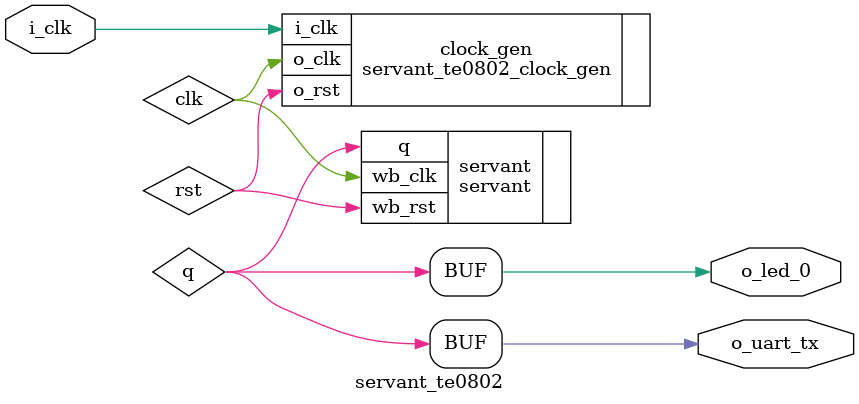
<source format=v>
`default_nettype none
module servant_te0802
  (
    input wire  i_clk,
    output wire o_uart_tx,
    output wire o_led_0
  );

   parameter memfile = "zephyr_hello.hex";
   parameter memsize = 8192;

   wire      clk;
   wire      rst;
   wire      q;

   assign o_uart_tx = q;
   assign o_led_0 = q;

   servant_te0802_clock_gen
   clock_gen
     (.i_clk (i_clk),
      .o_clk (clk),
      .o_rst (rst));

   servant
     #(.memfile (memfile),
       .memsize (memsize))
   servant
     (.wb_clk (clk),
      .wb_rst (rst),
      .q      (q));

endmodule

</source>
